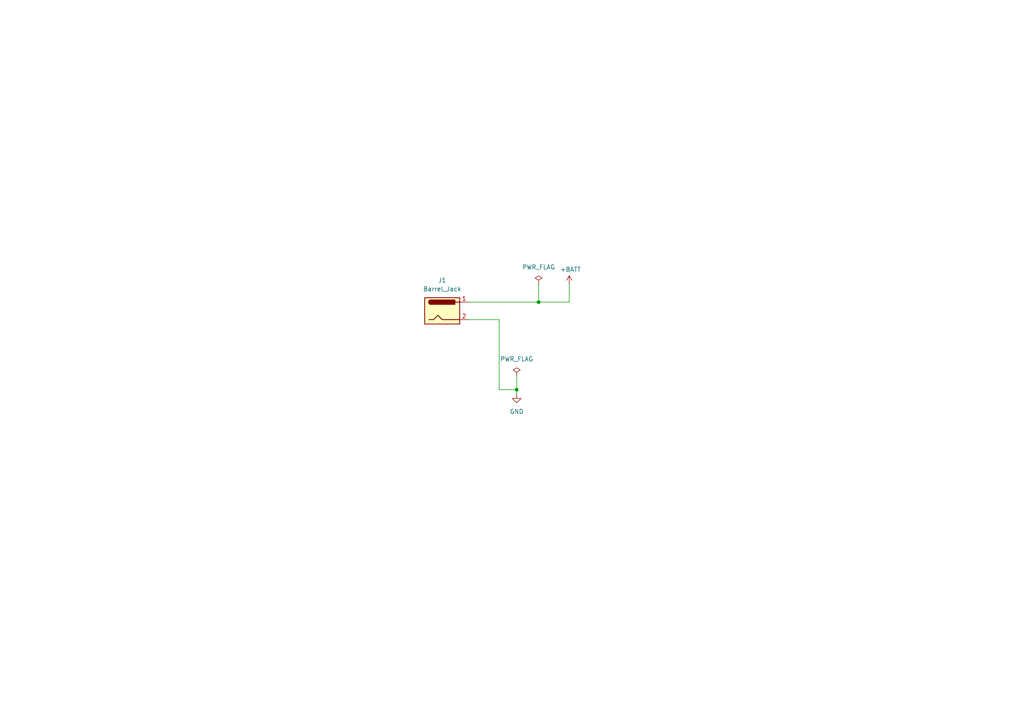
<source format=kicad_sch>
(kicad_sch (version 20211123) (generator eeschema)
  (paper "A4")
  (lib_symbols
    (symbol "Connector:Barrel_Jack" (pin_names (offset 1.016))
      (property "Reference" "J" (at 0 5.334 0))
      (property "Value" "Barrel_Jack" (at 0 -5.08 0))
      (symbol "Barrel_Jack_0_1"
        (rectangle (start -5.08 3.81) (end 5.08 -3.81) (stroke (width 0.254)) (fill (type background)))
        (arc (start -3.302 3.175) (mid -3.937 2.54) (end -3.302 1.905) (stroke (width 0.254)))
        (arc (start -3.302 3.175) (mid -3.937 2.54) (end -3.302 1.905) (stroke (width 0.254)) (fill (type outline)))
        (polyline (pts (xy 5.08 2.54) (xy 3.81 2.54)) (stroke (width 0.254)))
        (polyline (pts (xy -3.81 -2.54) (xy -2.54 -2.54) (xy -1.27 -1.27) (xy 0 -2.54) (xy 2.54 -2.54) (xy 5.08 -2.54)) (stroke (width 0.254)))
        (rectangle (start 3.683 3.175) (end -3.302 1.905) (stroke (width 0.254)) (fill (type outline)))
      )
      (symbol "Barrel_Jack_1_1"
        (pin passive line (at 7.62 2.54 180) (length 2.54) (name "~") (number "1"))
        (pin passive line (at 7.62 -2.54 180) (length 2.54) (name "~") (number "2"))
      )
    )
    (symbol "power:+BATT" (power) (pin_names (offset 0))
      (property "Value" "+BATT" (at 0 3.556 0))
      (symbol "+BATT_0_1"
        (polyline (pts (xy -0.762 1.27) (xy 0 2.54)))
        (polyline (pts (xy 0 0) (xy 0 2.54)))
        (polyline (pts (xy 0 2.54) (xy 0.762 1.27)))
      )
      (symbol "+BATT_1_1"
        (pin power_in line (at 0 0 90) (length 0) hide (name "+BATT") (number "1"))
      )
    )
    (symbol "power:GND" (power) (pin_names (offset 0))
      (property "Value" "GND" (at 0 -3.81 0))
      (symbol "GND_0_1"
        (polyline (pts (xy 0 0) (xy 0 -1.27) (xy 1.27 -1.27) (xy 0 -2.54) (xy -1.27 -1.27) (xy 0 -1.27)))
      )
      (symbol "GND_1_1"
        (pin power_in line (at 0 0 270) (length 0) hide (name "GND") (number "1"))
      )
    )
    (symbol "power:PWR_FLAG" (power) (pin_numbers hide) (pin_names (offset 0) hide)
      (property "Value" "PWR_FLAG" (at 0 3.81 0))
      (symbol "PWR_FLAG_0_0"
        (pin power_out line (at 0 0 90) (length 0) (name "pwr") (number "1"))
      )
      (symbol "PWR_FLAG_0_1"
        (polyline (pts (xy 0 0) (xy 0 1.27) (xy -1.016 1.905) (xy 0 2.54) (xy 1.016 1.905) (xy 0 1.27)))
      )
    )
  )
  (junction (at 156.21 87.63))
  (junction (at 149.86 113.03))
  (wire (pts (xy 144.78 113.03) (xy 149.86 113.03)))
  (wire (pts (xy 149.86 114.3) (xy 149.86 113.03)))
  (wire (pts (xy 156.21 82.55) (xy 156.21 87.63)))
  (wire (pts (xy 135.89 92.71) (xy 144.78 92.71)))
  (wire (pts (xy 149.86 109.22) (xy 149.86 113.03)))
  (wire (pts (xy 144.78 92.71) (xy 144.78 113.03)))
  (wire (pts (xy 135.89 87.63) (xy 156.21 87.63)))
  (wire (pts (xy 165.1 87.63) (xy 165.1 82.55)))
  (wire (pts (xy 156.21 87.63) (xy 165.1 87.63)))
  (symbol (lib_id "power:+BATT") (at 165.1 82.55 0) (unit 1)
    (property "Reference" "#PWR012" (effects hide))
    (property "Value" "+BATT" (at 165.481 78.1558 0))
  )
  (symbol (lib_id "power:GND") (at 149.86 114.3 0) (unit 1)
    (property "Reference" "#PWR011" (effects hide))
    (property "Value" "GND" (at 149.86 119.38 0))
  )
  (symbol (lib_id "power:PWR_FLAG") (at 149.86 109.22 0) (unit 1)
    (property "Reference" "#FLG02" (effects hide))
    (property "Value" "PWR_FLAG" (at 149.86 104.14 0))
  )
  (symbol (lib_id "power:PWR_FLAG") (at 156.21 82.55 0) (unit 1)
    (property "Reference" "#FLG03" (effects hide))
    (property "Value" "PWR_FLAG" (at 156.21 77.47 0))
  )
  (symbol (lib_id "Connector:Barrel_Jack") (at 128.27 90.17 0) (unit 1)
    (property "Reference" "J1" (at 128.27 81.28 0))
    (property "Value" "Barrel_Jack" (at 128.27 83.82 0))
    (property "Footprint" "Connector_BarrelJack:BarrelJack_Horizontal" (effects hide))
  )
)
</source>
